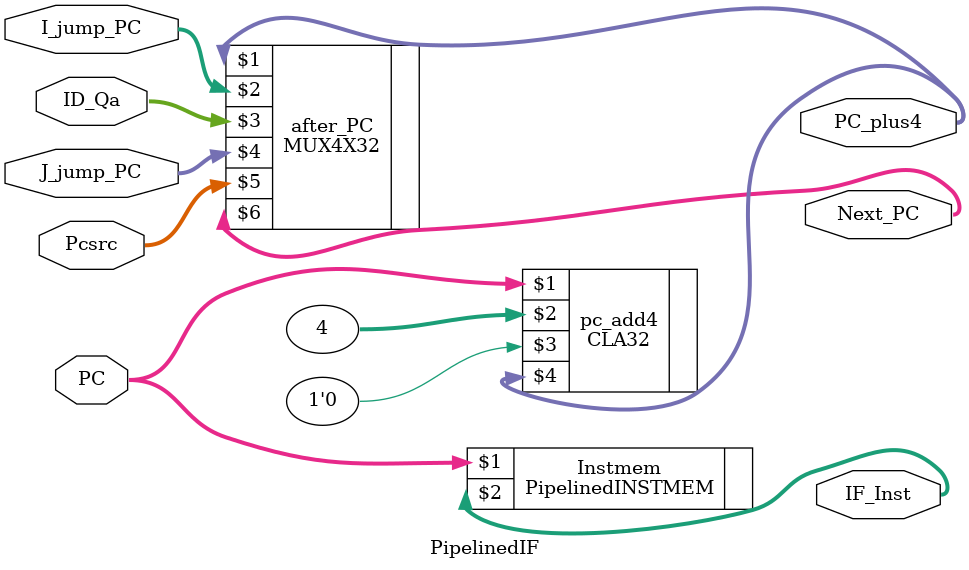
<source format=v>
`timescale 1ns / 1ps


module PipelinedIF(Pcsrc,PC,I_jump_PC,ID_Qa,J_jump_PC,Next_PC,PC_plus4,IF_Inst);
    input [31:0]PC,I_jump_PC,ID_Qa,J_jump_PC;
    input [1:0]Pcsrc;
    output [31:0]Next_PC,PC_plus4,IF_Inst;
    MUX4X32 after_PC(PC_plus4,I_jump_PC,ID_Qa,J_jump_PC,Pcsrc,Next_PC);//选择下一个PC地址
    CLA32 pc_add4(PC,32'h4,1'b0,PC_plus4);//PC+4
    PipelinedINSTMEM Instmem(PC,IF_Inst);//指令存储器
endmodule

</source>
